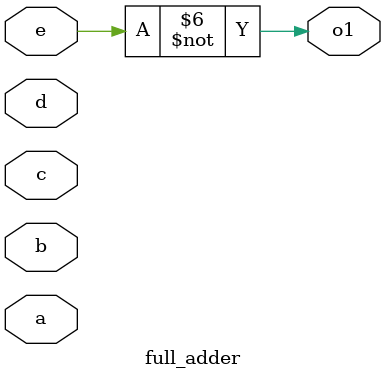
<source format=v>
module full_adder (a, b, c, d, e, o1);
    input a;
    input b;
    input c;
    input d;
    input e;
    output o1;

    wire w1;
    wire w2;
    wire w3;
    wire w4;
    wire w5;
    wire w6;

    or #3 g1(w1, a, b);
    not #1 g2(w2, c);
    or #3 g3(w3, w1, w2);
    not #1 g4(w5, d);
    xor #5 g5(w6, w3, w5);
    not #1 g6(o1, w6,e);

endmodule
</source>
